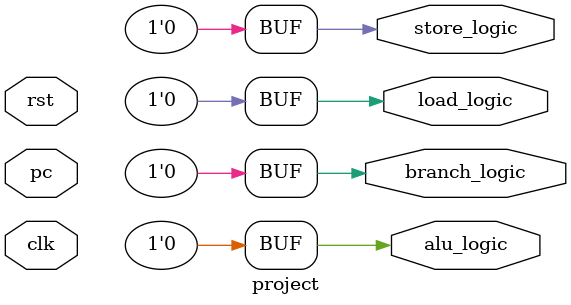
<source format=sv>
`timescale 1ns / 1ns // to run system verilog simulation in quartus


module project(clk, pc, rst, alu_logic, load_logic, 
		store_logic, branch_logic);
   	input [10:0] pc;
   	input 	clk, rst;
	output reg alu_logic, load_logic, 
		store_logic, branch_logic;

//always @(posedge clk)// wont work
//always @(posedge clk or posedge rst)// wont work too
//always @(pc or rst)
always @(*)//   this works like aboe
begin
int int_;
int_ = pc;
	if (rst)
	begin
		alu_logic <= 0;
		load_logic <= 0;
		store_logic <= 0;
		branch_logic <= 0; 
	end
	else
	begin
	if (int_ >= 0 && int_ <= 500)begin  // alu/j
		//alu_logic <= 1; 
		alu_logic <= #20 1; 	
		alu_logic <= #40 0;
		load_logic <= 0;
		store_logic <= 0;
		branch_logic <= 0; end

	else if (int_ >= 504 && int_ <= 600)begin // --load
		//load_logic <= 1;
		load_logic <= #40 1;	
		load_logic <= #60 0;		
		alu_logic <= 0;
		store_logic <= 0;
		branch_logic <= 0;end 

	else if (int_ >= 604 && int_ <= 700)begin//store
   		//store_logic <= 1;
		store_logic <= #60 1;	
		store_logic <= #80 0;	
		alu_logic <= 0;
		load_logic <= 0;
		branch_logic <= 0; end

	else begin //--- br;
		//branch_logic <= 1;
    		branch_logic <= #80 1;	
		branch_logic <= #100 0;			
		alu_logic <= 0;
		load_logic <= 0;
		store_logic <= 0;end

	end
end //(always)  
endmodule




</source>
